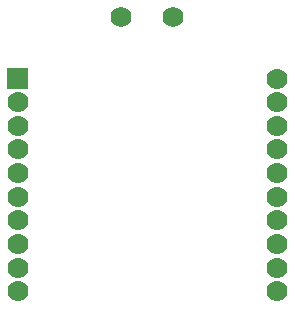
<source format=gbr>
G04 start of page 7 for group -4062 idx -4062 *
G04 Title: (unknown), soldermask *
G04 Creator: pcb 4.0.2 *
G04 CreationDate: Sat May 14 18:28:01 2022 UTC *
G04 For: railfan *
G04 Format: Gerber/RS-274X *
G04 PCB-Dimensions (mil): 1000.00 1250.00 *
G04 PCB-Coordinate-Origin: lower left *
%MOIN*%
%FSLAX25Y25*%
%LNBOTTOMMASK*%
%ADD42C,0.0001*%
%ADD41C,0.0700*%
%ADD40C,0.0693*%
G54D40*X58661Y100878D03*
X41339D03*
G54D41*X93307Y80500D03*
Y72626D03*
Y64752D03*
Y56878D03*
Y49004D03*
Y41130D03*
Y33256D03*
Y25382D03*
Y17508D03*
Y9634D03*
G54D42*G36*
X3193Y84000D02*Y77000D01*
X10193D01*
Y84000D01*
X3193D01*
G37*
G54D41*X6693Y72626D03*
Y64752D03*
Y56878D03*
Y49004D03*
Y41130D03*
Y33256D03*
Y25382D03*
Y17508D03*
Y9634D03*
M02*

</source>
